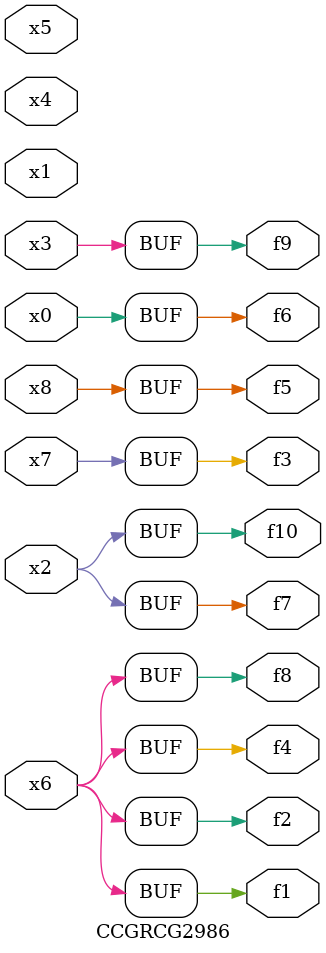
<source format=v>
module CCGRCG2986(
	input x0, x1, x2, x3, x4, x5, x6, x7, x8,
	output f1, f2, f3, f4, f5, f6, f7, f8, f9, f10
);
	assign f1 = x6;
	assign f2 = x6;
	assign f3 = x7;
	assign f4 = x6;
	assign f5 = x8;
	assign f6 = x0;
	assign f7 = x2;
	assign f8 = x6;
	assign f9 = x3;
	assign f10 = x2;
endmodule

</source>
